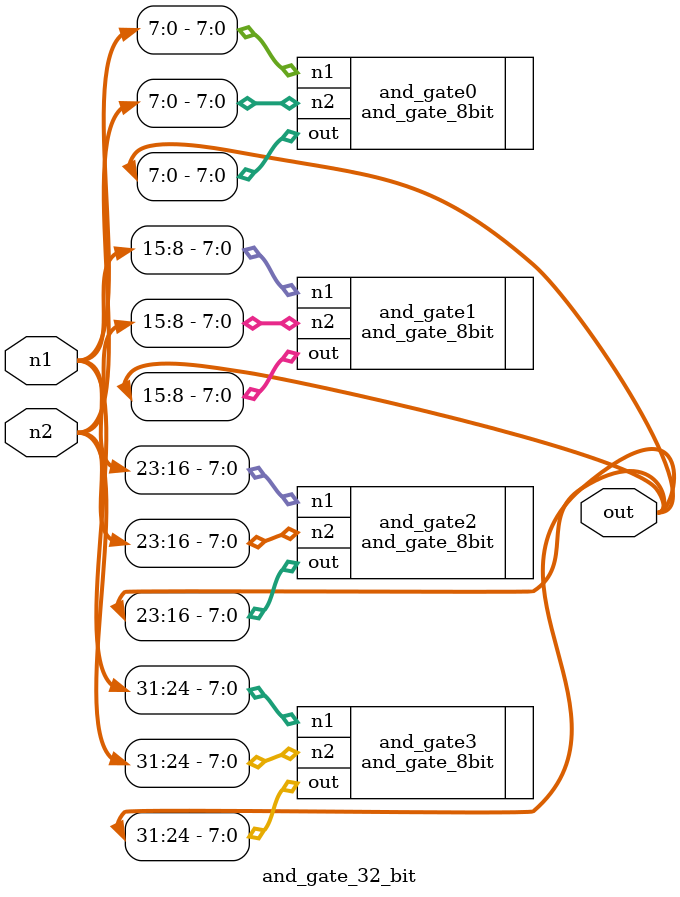
<source format=v>

module and_gate_32_bit (
    input [31:0] n1,
    input [31:0] n2,
    output [31:0] out
);

    and_gate_8bit and_gate0 (.n1(n1[7:0]),.n2(n2[7:0]),.out(out[7:0]));
    and_gate_8bit and_gate1 (.n1(n1[15:8]),.n2(n2[15:8]),.out(out[15:8]));
    and_gate_8bit and_gate2 (.n1(n1[23:16]),.n2(n2[23:16]),.out(out[23:16]));
    and_gate_8bit and_gate3 (.n1(n1[31:24]),.n2(n2[31:24]),.out(out[31:24]));
    
endmodule
</source>
